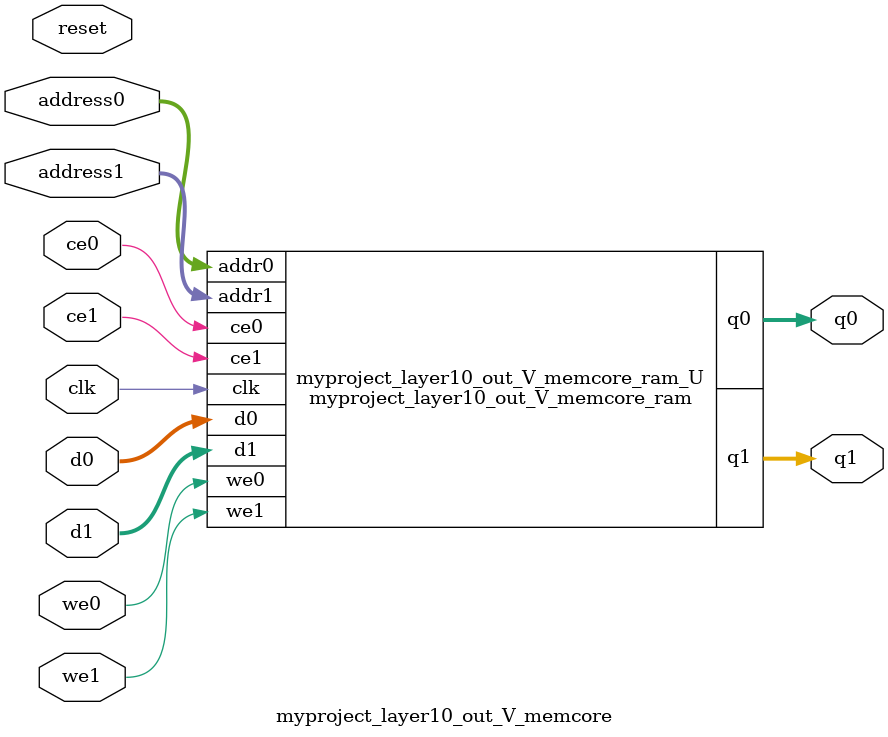
<source format=v>
`timescale 1 ns / 1 ps
module myproject_layer10_out_V_memcore_ram (addr0, ce0, d0, we0, q0, addr1, ce1, d1, we1, q1,  clk);

parameter DWIDTH = 14;
parameter AWIDTH = 11;
parameter MEM_SIZE = 1152;

input[AWIDTH-1:0] addr0;
input ce0;
input[DWIDTH-1:0] d0;
input we0;
output reg[DWIDTH-1:0] q0;
input[AWIDTH-1:0] addr1;
input ce1;
input[DWIDTH-1:0] d1;
input we1;
output reg[DWIDTH-1:0] q1;
input clk;

(* ram_style = "block" *)reg [DWIDTH-1:0] ram[0:MEM_SIZE-1];




always @(posedge clk)  
begin 
    if (ce0) 
    begin
        if (we0) 
        begin 
            ram[addr0] <= d0; 
        end 
        q0 <= ram[addr0];
    end
end


always @(posedge clk)  
begin 
    if (ce1) 
    begin
        if (we1) 
        begin 
            ram[addr1] <= d1; 
        end 
        q1 <= ram[addr1];
    end
end


endmodule

`timescale 1 ns / 1 ps
module myproject_layer10_out_V_memcore(
    reset,
    clk,
    address0,
    ce0,
    we0,
    d0,
    q0,
    address1,
    ce1,
    we1,
    d1,
    q1);

parameter DataWidth = 32'd14;
parameter AddressRange = 32'd1152;
parameter AddressWidth = 32'd11;
input reset;
input clk;
input[AddressWidth - 1:0] address0;
input ce0;
input we0;
input[DataWidth - 1:0] d0;
output[DataWidth - 1:0] q0;
input[AddressWidth - 1:0] address1;
input ce1;
input we1;
input[DataWidth - 1:0] d1;
output[DataWidth - 1:0] q1;



myproject_layer10_out_V_memcore_ram myproject_layer10_out_V_memcore_ram_U(
    .clk( clk ),
    .addr0( address0 ),
    .ce0( ce0 ),
    .we0( we0 ),
    .d0( d0 ),
    .q0( q0 ),
    .addr1( address1 ),
    .ce1( ce1 ),
    .we1( we1 ),
    .d1( d1 ),
    .q1( q1 ));

endmodule


</source>
